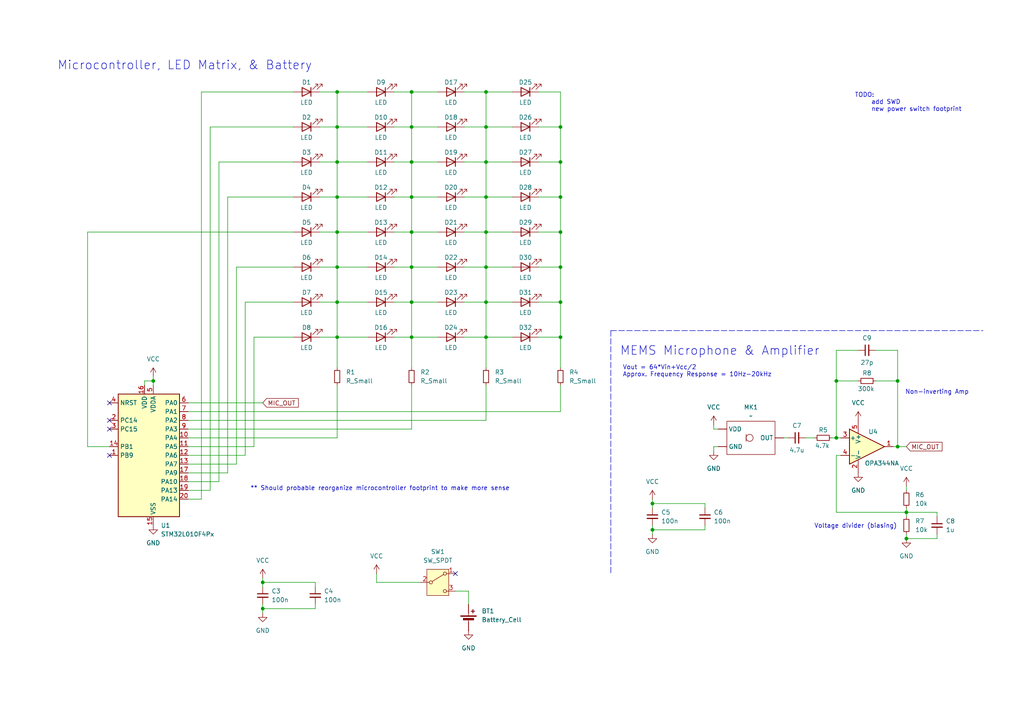
<source format=kicad_sch>
(kicad_sch (version 20231120) (generator "eeschema") (generator_version "8.0")
  (paper "A4")
  (title_block (title "PCB Business Card") (date "2024-12-07") (rev "1.0") (comment 1 "Designed by: Hunter Ellis"))
  (lib_symbols
    (symbol "1_Custom_Parts:ICS-40180"
      (property "Reference" "MK" (at -2.794 5.842 0))
      (symbol "ICS-40180_0_1"
        (rectangle (start -10.16 4.826) (end 3.81 -4.826))
        (circle (center -3.556 0) (radius 1.016))
        (polyline (pts (xy -4.572 1.016) (xy -4.572 -1.016)))
      )
      (symbol "ICS-40180_1_1"
        (pin input line (at -12.7 -2.54 0) (length 2.54) (name "GND") (number ""))
        (pin output line (at 6.35 0 180) (length 2.54) (name "OUT") (number ""))
        (pin input line (at -12.7 2.54 0) (length 2.54) (name "VDD") (number ""))
      )
    )
    (symbol "Amplifier_Operational:OPA340NA" (pin_names (offset 0.127))
      (property "Reference" "U" (at -1.27 6.35 0))
      (property "Value" "OPA340NA" (at -1.27 3.81 0))
      (symbol "OPA340NA_0_1"
        (polyline (pts (xy -5.08 5.08) (xy 5.08 0) (xy -5.08 -5.08) (xy -5.08 5.08)) (stroke (width 0.254)) (fill (type background)))
        (pin power_in line (at -2.54 -7.62 90) (length 3.81) (name "V-") (number "2"))
        (pin power_in line (at -2.54 7.62 270) (length 3.81) (name "V+") (number "5"))
      )
      (symbol "OPA340NA_1_1"
        (pin output line (at 7.62 0 180) (length 2.54) (name "~") (number "1"))
        (pin input line (at -7.62 2.54 0) (length 2.54) (name "+") (number "3"))
        (pin input line (at -7.62 -2.54 0) (length 2.54) (name "-") (number "4"))
      )
    )
    (symbol "Device:Battery_Cell" (pin_numbers hide) (pin_names (offset 0) hide)
      (property "Reference" "BT" (at 2.54 2.54 0))
      (property "Value" "Battery_Cell" (at 2.54 0 0))
      (symbol "Battery_Cell_0_1"
        (rectangle (start -2.286 1.778) (end 2.286 1.524) (fill (type outline)))
        (rectangle (start -1.524 1.016) (end 1.524 0.508) (fill (type outline)))
        (polyline (pts (xy 0 0.762) (xy 0 0)))
        (polyline (pts (xy 0 1.778) (xy 0 2.54)))
        (polyline (pts (xy 0.762 3.048) (xy 1.778 3.048)) (stroke (width 0.254)))
        (polyline (pts (xy 1.27 3.556) (xy 1.27 2.54)) (stroke (width 0.254)))
      )
      (symbol "Battery_Cell_1_1"
        (pin passive line (at 0 5.08 270) (length 2.54) (name "+") (number "1"))
        (pin passive line (at 0 -2.54 90) (length 2.54) (name "-") (number "2"))
      )
    )
    (symbol "Device:C_Small" (pin_numbers hide) (pin_names (offset 0.254) hide)
      (property "Reference" "C" (at 0.254 1.778 0))
      (property "Value" "C_Small" (at 0.254 -2.032 0))
      (symbol "C_Small_0_1"
        (polyline (pts (xy -1.524 -0.508) (xy 1.524 -0.508)) (stroke (width 0.3302)))
        (polyline (pts (xy -1.524 0.508) (xy 1.524 0.508)) (stroke (width 0.3048)))
      )
      (symbol "C_Small_1_1"
        (pin passive line (at 0 2.54 270) (length 2.032) (name "~") (number "1"))
        (pin passive line (at 0 -2.54 90) (length 2.032) (name "~") (number "2"))
      )
    )
    (symbol "Device:LED" (pin_numbers hide) (pin_names (offset 1.016) hide)
      (property "Reference" "D" (at 0 2.54 0))
      (property "Value" "LED" (at 0 -2.54 0))
      (symbol "LED_0_1"
        (polyline (pts (xy -1.27 -1.27) (xy -1.27 1.27)) (stroke (width 0.254)))
        (polyline (pts (xy -1.27 0) (xy 1.27 0)))
        (polyline (pts (xy 1.27 -1.27) (xy 1.27 1.27) (xy -1.27 0) (xy 1.27 -1.27)) (stroke (width 0.254)))
        (polyline (pts (xy -3.048 -0.762) (xy -4.572 -2.286) (xy -3.81 -2.286) (xy -4.572 -2.286) (xy -4.572 -1.524)))
        (polyline (pts (xy -1.778 -0.762) (xy -3.302 -2.286) (xy -2.54 -2.286) (xy -3.302 -2.286) (xy -3.302 -1.524)))
      )
      (symbol "LED_1_1"
        (pin passive line (at -3.81 0 0) (length 2.54) (name "K") (number "1"))
        (pin passive line (at 3.81 0 180) (length 2.54) (name "A") (number "2"))
      )
    )
    (symbol "Device:R_Small" (pin_numbers hide) (pin_names (offset 0.254) hide)
      (property "Reference" "R" (at 0.762 0.508 0))
      (property "Value" "R_Small" (at 0.762 -1.016 0))
      (symbol "R_Small_0_1"
        (rectangle (start -0.762 1.778) (end 0.762 -1.778) (stroke (width 0.2032)))
      )
      (symbol "R_Small_1_1"
        (pin passive line (at 0 2.54 270) (length 0.762) (name "~") (number "1"))
        (pin passive line (at 0 -2.54 90) (length 0.762) (name "~") (number "2"))
      )
    )
    (symbol "MCU_ST_STM32L0:STM32L010F4Px"
      (property "Reference" "U" (at -7.62 19.05 0))
      (property "Value" "STM32L010F4Px" (at 5.08 19.05 0))
      (symbol "STM32L010F4Px_0_1"
        (rectangle (start -7.62 -17.78) (end 10.16 17.78) (stroke (width 0.254)) (fill (type background)))
      )
      (symbol "STM32L010F4Px_1_1"
        (pin bidirectional line (at -10.16 0 0) (length 2.54) (name "PB9") (number "1"))
        (pin bidirectional line (at 12.7 5.08 180) (length 2.54) (name "PA4") (number "10"))
        (pin bidirectional line (at 12.7 2.54 180) (length 2.54) (name "PA5") (number "11"))
        (pin bidirectional line (at 12.7 0 180) (length 2.54) (name "PA6") (number "12"))
        (pin bidirectional line (at 12.7 -2.54 180) (length 2.54) (name "PA7") (number "13"))
        (pin bidirectional line (at -10.16 2.54 0) (length 2.54) (name "PB1") (number "14"))
        (pin power_in line (at 2.54 -20.32 90) (length 2.54) (name "VSS") (number "15"))
        (pin power_in line (at 0 20.32 270) (length 2.54) (name "VDD") (number "16"))
        (pin bidirectional line (at 12.7 -5.08 180) (length 2.54) (name "PA9") (number "17"))
        (pin bidirectional line (at 12.7 -7.62 180) (length 2.54) (name "PA10") (number "18"))
        (pin bidirectional line (at 12.7 -10.16 180) (length 2.54) (name "PA13") (number "19"))
        (pin bidirectional line (at -10.16 10.16 0) (length 2.54) (name "PC14") (number "2"))
        (pin bidirectional line (at 12.7 -12.7 180) (length 2.54) (name "PA14") (number "20"))
        (pin bidirectional line (at -10.16 7.62 0) (length 2.54) (name "PC15") (number "3"))
        (pin input line (at -10.16 15.24 0) (length 2.54) (name "NRST") (number "4"))
        (pin power_in line (at 2.54 20.32 270) (length 2.54) (name "VDDA") (number "5"))
        (pin bidirectional line (at 12.7 15.24 180) (length 2.54) (name "PA0") (number "6"))
        (pin bidirectional line (at 12.7 12.7 180) (length 2.54) (name "PA1") (number "7"))
        (pin bidirectional line (at 12.7 10.16 180) (length 2.54) (name "PA2") (number "8"))
        (pin bidirectional line (at 12.7 7.62 180) (length 2.54) (name "PA3") (number "9"))
      )
    )
    (symbol "Switch:SW_SPDT" (pin_names (offset 0) hide)
      (property "Reference" "SW" (at 0 5.08 0))
      (property "Value" "SW_SPDT" (at 0 -5.08 0))
      (symbol "SW_SPDT_0_1"
        (circle (center -2.032 0) (radius 0.4572))
        (polyline (pts (xy -1.651 0.254) (xy 1.651 2.286)))
        (circle (center 2.032 -2.54) (radius 0.4572))
        (circle (center 2.032 2.54) (radius 0.4572))
      )
      (symbol "SW_SPDT_1_1"
        (rectangle (start -3.175 3.81) (end 3.175 -3.81) (fill (type background)))
        (pin passive line (at 5.08 2.54 180) (length 2.54) (name "A") (number "1"))
        (pin passive line (at -5.08 0 0) (length 2.54) (name "B") (number "2"))
        (pin passive line (at 5.08 -2.54 180) (length 2.54) (name "C") (number "3"))
      )
    )
    (symbol "power:GND" (power) (pin_numbers hide) (pin_names (offset 0) hide)
      (property "Value" "GND" (at 0 -3.81 0))
      (symbol "GND_0_1"
        (polyline (pts (xy 0 0) (xy 0 -1.27) (xy 1.27 -1.27) (xy 0 -2.54) (xy -1.27 -1.27) (xy 0 -1.27)))
      )
      (symbol "GND_1_1"
        (pin power_in line (at 0 0 270) (length 0) (name "~") (number "1"))
      )
    )
    (symbol "power:VCC" (power) (pin_numbers hide) (pin_names (offset 0) hide)
      (property "Value" "VCC" (at 0 3.556 0))
      (symbol "VCC_0_1"
        (polyline (pts (xy -0.762 1.27) (xy 0 2.54)))
        (polyline (pts (xy 0 0) (xy 0 2.54)))
        (polyline (pts (xy 0 2.54) (xy 0.762 1.27)))
      )
      (symbol "VCC_1_1"
        (pin power_in line (at 0 0 90) (length 0) (name "~") (number "1"))
      )
    )
  )
  (junction (at 97.79 97.79))
  (junction (at 260.35 110.49))
  (junction (at 119.38 57.15))
  (junction (at 140.97 77.47))
  (junction (at 140.97 67.31))
  (junction (at 162.56 36.83))
  (junction (at 119.38 97.79))
  (junction (at 140.97 36.83))
  (junction (at 97.79 57.15))
  (junction (at 119.38 67.31))
  (junction (at 140.97 87.63))
  (junction (at 140.97 26.67))
  (junction (at 162.56 57.15))
  (junction (at 97.79 77.47))
  (junction (at 119.38 36.83))
  (junction (at 162.56 87.63))
  (junction (at 140.97 57.15))
  (junction (at 97.79 67.31))
  (junction (at 97.79 36.83))
  (junction (at 76.2 176.53))
  (junction (at 97.79 26.67))
  (junction (at 242.57 110.49))
  (junction (at 162.56 46.99))
  (junction (at 119.38 26.67))
  (junction (at 97.79 87.63))
  (junction (at 76.2 168.91))
  (junction (at 162.56 77.47))
  (junction (at 242.57 127))
  (junction (at 262.89 148.59))
  (junction (at 189.23 153.67))
  (junction (at 162.56 97.79))
  (junction (at 262.89 156.21))
  (junction (at 260.35 129.54))
  (junction (at 162.56 67.31))
  (junction (at 97.79 46.99))
  (junction (at 119.38 77.47))
  (junction (at 140.97 46.99))
  (junction (at 189.23 146.05))
  (junction (at 140.97 97.79))
  (junction (at 119.38 87.63))
  (junction (at 44.45 110.49))
  (junction (at 119.38 46.99))
  (no_connect (at 132.08 166.37))
  (no_connect (at 31.75 116.84))
  (no_connect (at 31.75 124.46))
  (no_connect (at 31.75 132.08))
  (no_connect (at 31.75 121.92))
  (wire (pts (xy 140.97 87.63) (xy 140.97 97.79)))
  (wire (pts (xy 260.35 101.6) (xy 260.35 110.49)))
  (wire (pts (xy 242.57 110.49) (xy 242.57 127)))
  (wire (pts (xy 241.3 127) (xy 242.57 127)))
  (wire (pts (xy 97.79 77.47) (xy 97.79 87.63)))
  (wire (pts (xy 134.62 26.67) (xy 140.97 26.67)))
  (wire (pts (xy 134.62 67.31) (xy 140.97 67.31)))
  (wire (pts (xy 207.01 123.19) (xy 207.01 124.46)))
  (wire (pts (xy 134.62 97.79) (xy 140.97 97.79)))
  (wire (pts (xy 44.45 109.22) (xy 44.45 110.49)))
  (wire (pts (xy 114.3 46.99) (xy 119.38 46.99)))
  (wire (pts (xy 68.58 134.62) (xy 68.58 77.47)))
  (wire (pts (xy 114.3 87.63) (xy 119.38 87.63)))
  (wire (pts (xy 54.61 144.78) (xy 58.42 144.78)))
  (wire (pts (xy 140.97 87.63) (xy 148.59 87.63)))
  (wire (pts (xy 134.62 77.47) (xy 140.97 77.47)))
  (wire (pts (xy 25.4 67.31) (xy 85.09 67.31)))
  (wire (pts (xy 92.71 77.47) (xy 97.79 77.47)))
  (wire (pts (xy 260.35 129.54) (xy 262.89 129.54)))
  (wire (pts (xy 60.96 142.24) (xy 60.96 36.83)))
  (wire (pts (xy 140.97 77.47) (xy 148.59 77.47)))
  (wire (pts (xy 92.71 67.31) (xy 97.79 67.31)))
  (wire (pts (xy 140.97 77.47) (xy 140.97 67.31)))
  (wire (pts (xy 156.21 67.31) (xy 162.56 67.31)))
  (wire (pts (xy 260.35 110.49) (xy 260.35 129.54)))
  (wire (pts (xy 54.61 121.92) (xy 140.97 121.92)))
  (polyline (pts (xy 177.165 95.885) (xy 177.165 166.37)) (stroke (width 0) (type dash)))
  (wire (pts (xy 207.01 129.54) (xy 208.28 129.54)))
  (wire (pts (xy 119.38 77.47) (xy 127 77.47)))
  (wire (pts (xy 140.97 36.83) (xy 148.59 36.83)))
  (wire (pts (xy 134.62 46.99) (xy 140.97 46.99)))
  (wire (pts (xy 41.91 110.49) (xy 44.45 110.49)))
  (wire (pts (xy 109.22 168.91) (xy 121.92 168.91)))
  (wire (pts (xy 114.3 67.31) (xy 119.38 67.31)))
  (wire (pts (xy 114.3 26.67) (xy 119.38 26.67)))
  (wire (pts (xy 71.12 132.08) (xy 71.12 87.63)))
  (wire (pts (xy 162.56 119.38) (xy 162.56 111.76)))
  (wire (pts (xy 140.97 67.31) (xy 140.97 57.15)))
  (wire (pts (xy 254 110.49) (xy 260.35 110.49)))
  (wire (pts (xy 92.71 36.83) (xy 97.79 36.83)))
  (wire (pts (xy 119.38 26.67) (xy 127 26.67)))
  (wire (pts (xy 134.62 87.63) (xy 140.97 87.63)))
  (wire (pts (xy 76.2 176.53) (xy 76.2 175.26)))
  (wire (pts (xy 66.04 137.16) (xy 66.04 57.15)))
  (wire (pts (xy 135.89 171.45) (xy 135.89 175.26)))
  (wire (pts (xy 140.97 46.99) (xy 140.97 57.15)))
  (wire (pts (xy 97.79 77.47) (xy 106.68 77.47)))
  (wire (pts (xy 54.61 116.84) (xy 76.2 116.84)))
  (wire (pts (xy 242.57 132.08) (xy 242.57 148.59)))
  (wire (pts (xy 248.92 101.6) (xy 242.57 101.6)))
  (wire (pts (xy 73.66 129.54) (xy 73.66 97.79)))
  (wire (pts (xy 271.78 149.86) (xy 271.78 148.59)))
  (wire (pts (xy 97.79 87.63) (xy 97.79 97.79)))
  (wire (pts (xy 189.23 146.05) (xy 189.23 147.32)))
  (wire (pts (xy 243.84 132.08) (xy 242.57 132.08)))
  (wire (pts (xy 76.2 177.8) (xy 76.2 176.53)))
  (wire (pts (xy 262.89 140.97) (xy 262.89 142.24)))
  (wire (pts (xy 162.56 36.83) (xy 162.56 26.67)))
  (wire (pts (xy 91.44 170.18) (xy 91.44 168.91)))
  (wire (pts (xy 97.79 67.31) (xy 106.68 67.31)))
  (wire (pts (xy 76.2 167.64) (xy 76.2 168.91)))
  (wire (pts (xy 97.79 127) (xy 97.79 111.76)))
  (wire (pts (xy 119.38 87.63) (xy 119.38 97.79)))
  (wire (pts (xy 242.57 148.59) (xy 262.89 148.59)))
  (wire (pts (xy 92.71 26.67) (xy 97.79 26.67)))
  (wire (pts (xy 140.97 46.99) (xy 148.59 46.99)))
  (wire (pts (xy 119.38 36.83) (xy 127 36.83)))
  (wire (pts (xy 271.78 154.94) (xy 271.78 156.21)))
  (wire (pts (xy 97.79 36.83) (xy 97.79 46.99)))
  (wire (pts (xy 156.21 87.63) (xy 162.56 87.63)))
  (wire (pts (xy 91.44 175.26) (xy 91.44 176.53)))
  (wire (pts (xy 156.21 97.79) (xy 162.56 97.79)))
  (wire (pts (xy 119.38 46.99) (xy 127 46.99)))
  (wire (pts (xy 156.21 46.99) (xy 162.56 46.99)))
  (wire (pts (xy 140.97 57.15) (xy 148.59 57.15)))
  (wire (pts (xy 92.71 46.99) (xy 97.79 46.99)))
  (wire (pts (xy 204.47 147.32) (xy 204.47 146.05)))
  (wire (pts (xy 97.79 57.15) (xy 97.79 67.31)))
  (wire (pts (xy 54.61 124.46) (xy 119.38 124.46)))
  (wire (pts (xy 162.56 67.31) (xy 162.56 57.15)))
  (wire (pts (xy 140.97 26.67) (xy 148.59 26.67)))
  (wire (pts (xy 97.79 36.83) (xy 106.68 36.83)))
  (wire (pts (xy 162.56 77.47) (xy 162.56 67.31)))
  (wire (pts (xy 97.79 87.63) (xy 106.68 87.63)))
  (wire (pts (xy 134.62 57.15) (xy 140.97 57.15)))
  (wire (pts (xy 119.38 124.46) (xy 119.38 111.76)))
  (wire (pts (xy 92.71 97.79) (xy 97.79 97.79)))
  (wire (pts (xy 189.23 153.67) (xy 189.23 152.4)))
  (wire (pts (xy 189.23 154.94) (xy 189.23 153.67)))
  (wire (pts (xy 92.71 87.63) (xy 97.79 87.63)))
  (wire (pts (xy 54.61 137.16) (xy 66.04 137.16)))
  (wire (pts (xy 162.56 106.68) (xy 162.56 97.79)))
  (wire (pts (xy 31.75 129.54) (xy 25.4 129.54)))
  (wire (pts (xy 207.01 130.81) (xy 207.01 129.54)))
  (wire (pts (xy 97.79 67.31) (xy 97.79 77.47)))
  (wire (pts (xy 140.97 77.47) (xy 140.97 87.63)))
  (wire (pts (xy 41.91 111.76) (xy 41.91 110.49)))
  (wire (pts (xy 140.97 36.83) (xy 140.97 46.99)))
  (wire (pts (xy 271.78 156.21) (xy 262.89 156.21)))
  (wire (pts (xy 114.3 57.15) (xy 119.38 57.15)))
  (wire (pts (xy 119.38 67.31) (xy 119.38 77.47)))
  (wire (pts (xy 54.61 127) (xy 97.79 127)))
  (wire (pts (xy 207.01 124.46) (xy 208.28 124.46)))
  (wire (pts (xy 132.08 171.45) (xy 135.89 171.45)))
  (wire (pts (xy 97.79 46.99) (xy 106.68 46.99)))
  (wire (pts (xy 140.97 97.79) (xy 140.97 106.68)))
  (wire (pts (xy 140.97 111.76) (xy 140.97 121.92)))
  (wire (pts (xy 54.61 139.7) (xy 63.5 139.7)))
  (wire (pts (xy 63.5 139.7) (xy 63.5 46.99)))
  (wire (pts (xy 140.97 26.67) (xy 140.97 36.83)))
  (wire (pts (xy 91.44 168.91) (xy 76.2 168.91)))
  (wire (pts (xy 97.79 57.15) (xy 106.68 57.15)))
  (wire (pts (xy 134.62 36.83) (xy 140.97 36.83)))
  (wire (pts (xy 140.97 67.31) (xy 148.59 67.31)))
  (wire (pts (xy 97.79 26.67) (xy 106.68 26.67)))
  (wire (pts (xy 66.04 57.15) (xy 85.09 57.15)))
  (wire (pts (xy 248.92 110.49) (xy 242.57 110.49)))
  (wire (pts (xy 119.38 36.83) (xy 119.38 46.99)))
  (wire (pts (xy 204.47 146.05) (xy 189.23 146.05)))
  (wire (pts (xy 58.42 144.78) (xy 58.42 26.67)))
  (wire (pts (xy 114.3 36.83) (xy 119.38 36.83)))
  (wire (pts (xy 228.6 127) (xy 227.33 127)))
  (wire (pts (xy 92.71 57.15) (xy 97.79 57.15)))
  (wire (pts (xy 97.79 26.67) (xy 97.79 36.83)))
  (wire (pts (xy 262.89 154.94) (xy 262.89 156.21)))
  (wire (pts (xy 76.2 168.91) (xy 76.2 170.18)))
  (wire (pts (xy 119.38 57.15) (xy 119.38 67.31)))
  (wire (pts (xy 114.3 77.47) (xy 119.38 77.47)))
  (wire (pts (xy 114.3 97.79) (xy 119.38 97.79)))
  (wire (pts (xy 60.96 36.83) (xy 85.09 36.83)))
  (wire (pts (xy 119.38 87.63) (xy 119.38 77.47)))
  (wire (pts (xy 44.45 110.49) (xy 44.45 111.76)))
  (wire (pts (xy 233.68 127) (xy 236.22 127)))
  (wire (pts (xy 97.79 57.15) (xy 97.79 46.99)))
  (wire (pts (xy 97.79 97.79) (xy 106.68 97.79)))
  (wire (pts (xy 54.61 134.62) (xy 68.58 134.62)))
  (wire (pts (xy 54.61 119.38) (xy 162.56 119.38)))
  (wire (pts (xy 260.35 129.54) (xy 259.08 129.54)))
  (wire (pts (xy 156.21 36.83) (xy 162.56 36.83)))
  (wire (pts (xy 162.56 97.79) (xy 162.56 87.63)))
  (wire (pts (xy 73.66 97.79) (xy 85.09 97.79)))
  (wire (pts (xy 54.61 129.54) (xy 73.66 129.54)))
  (wire (pts (xy 140.97 97.79) (xy 148.59 97.79)))
  (wire (pts (xy 68.58 77.47) (xy 85.09 77.47)))
  (polyline (pts (xy 177.165 95.885) (xy 285.115 95.885)) (stroke (width 0) (type dash)))
  (wire (pts (xy 109.22 166.37) (xy 109.22 168.91)))
  (wire (pts (xy 54.61 142.24) (xy 60.96 142.24)))
  (wire (pts (xy 25.4 129.54) (xy 25.4 67.31)))
  (wire (pts (xy 54.61 132.08) (xy 71.12 132.08)))
  (wire (pts (xy 262.89 148.59) (xy 262.89 149.86)))
  (wire (pts (xy 119.38 87.63) (xy 127 87.63)))
  (wire (pts (xy 156.21 77.47) (xy 162.56 77.47)))
  (wire (pts (xy 119.38 57.15) (xy 127 57.15)))
  (wire (pts (xy 271.78 148.59) (xy 262.89 148.59)))
  (wire (pts (xy 162.56 87.63) (xy 162.56 77.47)))
  (wire (pts (xy 162.56 26.67) (xy 156.21 26.67)))
  (wire (pts (xy 71.12 87.63) (xy 85.09 87.63)))
  (wire (pts (xy 189.23 144.78) (xy 189.23 146.05)))
  (wire (pts (xy 76.2 176.53) (xy 91.44 176.53)))
  (wire (pts (xy 63.5 46.99) (xy 85.09 46.99)))
  (wire (pts (xy 119.38 67.31) (xy 127 67.31)))
  (wire (pts (xy 119.38 97.79) (xy 127 97.79)))
  (wire (pts (xy 97.79 97.79) (xy 97.79 106.68)))
  (wire (pts (xy 119.38 57.15) (xy 119.38 46.99)))
  (wire (pts (xy 162.56 57.15) (xy 162.56 46.99)))
  (wire (pts (xy 189.23 153.67) (xy 204.47 153.67)))
  (wire (pts (xy 156.21 57.15) (xy 162.56 57.15)))
  (wire (pts (xy 204.47 152.4) (xy 204.47 153.67)))
  (wire (pts (xy 242.57 101.6) (xy 242.57 110.49)))
  (wire (pts (xy 119.38 97.79) (xy 119.38 106.68)))
  (wire (pts (xy 262.89 147.32) (xy 262.89 148.59)))
  (wire (pts (xy 242.57 127) (xy 243.84 127)))
  (wire (pts (xy 119.38 26.67) (xy 119.38 36.83)))
  (wire (pts (xy 254 101.6) (xy 260.35 101.6)))
  (wire (pts (xy 162.56 46.99) (xy 162.56 36.83)))
  (wire (pts (xy 58.42 26.67) (xy 85.09 26.67)))
  (text "Voltage divider (biasing)\n" (at 248.158 152.654 0) (effects (font (size 1.27 1.27))))
  (text "Vout = 64*Vin+Vcc/2\nApprox. Frequency Response = 10Hz-20kHz" (at 180.594 107.696 0) (effects (font (size 1.27 1.27)) (justify left)))
  (text "Non-inverting Amp\n" (at 271.78 113.792 0) (effects (font (size 1.27 1.27))))
  (text "TODO:\n	add SWD\n	new power switch footprint" (at 247.904 29.718 0) (effects (font (size 1.27 1.27)) (justify left)))
  (text "Microcontroller, LED Matrix, & Battery" (at 53.594 19.05 0) (effects (font (size 2.54 2.54))))
  (text "** Should probable reorganize microcontroller footprint to make more sense" (at 110.236 141.732 0) (effects (font (size 1.27 1.27))))
  (text "MEMS Microphone & Amplifier" (at 208.788 101.854 0) (effects (font (size 2.54 2.54))))
  (global_label "MIC_OUT" (shape input) (at 262.89 129.54 0) (property "Intersheetrefs" "${INTERSHEET_REFS}" (effects (hide yes))))
  (global_label "MIC_OUT" (shape input) (at 76.2 116.84 0) (property "Intersheetrefs" "${INTERSHEET_REFS}" (effects (hide yes))))
  (symbol (lib_id "Device:LED") (at 110.49 26.67 180) (unit 1)
    (property "Reference" "D9" (at 110.49 23.876 0))
    (property "Value" "LED" (at 110.49 29.718 0))
    (property "Footprint" "LED_SMD:LED_0805_2012Metric" (effects (hide yes)))
    (property "Description" "Light emitting diode" (effects (hide yes)))
  )
  (symbol (lib_id "power:VCC") (at 76.2 167.64 0) (unit 1)
    (property "Reference" "#PWR011" (effects (hide yes)))
    (property "Value" "VCC" (at 76.2 162.56 0))
    (property "Description" "Power symbol creates a global label with name \"VCC\"" (effects (hide yes)))
  )
  (symbol (lib_id "Device:C_Small") (at 76.2 172.72 0) (unit 1)
    (property "Reference" "C3" (at 78.74 171.4562 0) (effects (justify left)))
    (property "Value" "100n" (at 78.74 173.9962 0) (effects (justify left)))
    (property "Footprint" "Capacitor_SMD:C_0805_2012Metric" (effects (hide yes)))
    (property "Description" "Unpolarized capacitor, small symbol" (effects (hide yes)))
  )
  (symbol (lib_id "Device:R_Small") (at 262.89 152.4 0) (unit 1)
    (property "Reference" "R7" (at 265.43 151.1299 0) (effects (justify left)))
    (property "Value" "10k" (at 265.43 153.6699 0) (effects (justify left)))
    (property "Footprint" "Resistor_SMD:R_0805_2012Metric" (effects (hide yes)))
    (property "Description" "Resistor, small symbol" (effects (hide yes)))
  )
  (symbol (lib_id "power:GND") (at 248.92 137.16 0) (unit 1)
    (property "Reference" "#PWR015" (effects (hide yes)))
    (property "Value" "GND" (at 248.92 142.24 0))
    (property "Description" "Power symbol creates a global label with name \"GND\" , ground" (effects (hide yes)))
  )
  (symbol (lib_id "Device:LED") (at 152.4 67.31 180) (unit 1)
    (property "Reference" "D29" (at 152.4 64.516 0))
    (property "Value" "LED" (at 152.4 70.358 0))
    (property "Footprint" "LED_SMD:LED_0805_2012Metric" (effects (hide yes)))
    (property "Description" "Light emitting diode" (effects (hide yes)))
  )
  (symbol (lib_id "Device:C_Small") (at 251.46 101.6 90) (unit 1)
    (property "Reference" "C9" (at 251.46 98.044 90))
    (property "Value" "27p" (at 251.46 105.156 90))
    (property "Footprint" "Capacitor_SMD:C_0805_2012Metric" (effects (hide yes)))
    (property "Description" "Unpolarized capacitor, small symbol" (effects (hide yes)))
  )
  (symbol (lib_id "power:GND") (at 44.45 152.4 0) (unit 1)
    (property "Reference" "#PWR01" (effects (hide yes)))
    (property "Value" "GND" (at 44.45 157.48 0))
    (property "Description" "Power symbol creates a global label with name \"GND\" , ground" (effects (hide yes)))
  )
  (symbol (lib_id "power:GND") (at 135.89 182.88 0) (unit 1)
    (property "Reference" "#PWR014" (effects (hide yes)))
    (property "Value" "GND" (at 135.89 187.96 0))
    (property "Description" "Power symbol creates a global label with name \"GND\" , ground" (effects (hide yes)))
  )
  (symbol (lib_id "Amplifier_Operational:OPA340NA") (at 251.46 129.54 0) (unit 1)
    (property "Reference" "U4" (at 253.238 125.222 0))
    (property "Value" "OPA344NA" (at 255.778 134.366 0))
    (property "Footprint" "Package_TO_SOT_SMD:SOT-23-5" (effects (hide yes)))
    (property "Datasheet" "http://www.ti.com/lit/ds/symlink/opa340.pdf" (effects (hide yes)))
    (property "Description" "Single Single-Supply, Rail-to-Rail Operational Amplifier, MicroAmplifier Series, SOT-23-5" (effects (hide yes)))
  )
  (symbol (lib_id "Device:LED") (at 130.81 46.99 180) (unit 1)
    (property "Reference" "D19" (at 130.81 44.196 0))
    (property "Value" "LED" (at 130.81 50.038 0))
    (property "Footprint" "LED_SMD:LED_0805_2012Metric" (effects (hide yes)))
    (property "Description" "Light emitting diode" (effects (hide yes)))
  )
  (symbol (lib_id "Device:LED") (at 110.49 97.79 180) (unit 1)
    (property "Reference" "D16" (at 110.49 94.996 0))
    (property "Value" "LED" (at 110.49 100.838 0))
    (property "Footprint" "LED_SMD:LED_0805_2012Metric" (effects (hide yes)))
    (property "Description" "Light emitting diode" (effects (hide yes)))
  )
  (symbol (lib_id "Device:C_Small") (at 91.44 172.72 0) (unit 1)
    (property "Reference" "C4" (at 93.98 171.4562 0) (effects (justify left)))
    (property "Value" "100n" (at 93.98 173.9962 0) (effects (justify left)))
    (property "Footprint" "Capacitor_SMD:C_0805_2012Metric" (effects (hide yes)))
    (property "Description" "Unpolarized capacitor, small symbol" (effects (hide yes)))
  )
  (symbol (lib_id "Device:LED") (at 152.4 36.83 180) (unit 1)
    (property "Reference" "D26" (at 152.4 34.036 0))
    (property "Value" "LED" (at 152.4 39.878 0))
    (property "Footprint" "LED_SMD:LED_0805_2012Metric" (effects (hide yes)))
    (property "Description" "Light emitting diode" (effects (hide yes)))
  )
  (symbol (lib_id "Device:LED") (at 88.9 67.31 180) (unit 1)
    (property "Reference" "D5" (at 88.9 64.516 0))
    (property "Value" "LED" (at 88.9 70.358 0))
    (property "Footprint" "LED_SMD:LED_0805_2012Metric" (effects (hide yes)))
    (property "Description" "Light emitting diode" (effects (hide yes)))
  )
  (symbol (lib_id "Device:R_Small") (at 162.56 109.22 0) (unit 1)
    (property "Reference" "R4" (at 165.1 107.9499 0) (effects (justify left)))
    (property "Value" "R_Small" (at 165.1 110.4899 0) (effects (justify left)))
    (property "Footprint" "Resistor_SMD:R_0805_2012Metric" (effects (hide yes)))
    (property "Description" "Resistor, small symbol" (effects (hide yes)))
  )
  (symbol (lib_id "Device:LED") (at 88.9 77.47 180) (unit 1)
    (property "Reference" "D6" (at 88.9 74.676 0))
    (property "Value" "LED" (at 88.9 80.518 0))
    (property "Footprint" "LED_SMD:LED_0805_2012Metric" (effects (hide yes)))
    (property "Description" "Light emitting diode" (effects (hide yes)))
  )
  (symbol (lib_id "Device:LED") (at 152.4 87.63 180) (unit 1)
    (property "Reference" "D31" (at 152.4 84.836 0))
    (property "Value" "LED" (at 152.4 90.678 0))
    (property "Footprint" "LED_SMD:LED_0805_2012Metric" (effects (hide yes)))
    (property "Description" "Light emitting diode" (effects (hide yes)))
  )
  (symbol (lib_id "Device:LED") (at 152.4 46.99 180) (unit 1)
    (property "Reference" "D27" (at 152.4 44.196 0))
    (property "Value" "LED" (at 152.4 50.038 0))
    (property "Footprint" "LED_SMD:LED_0805_2012Metric" (effects (hide yes)))
    (property "Description" "Light emitting diode" (effects (hide yes)))
  )
  (symbol (lib_id "Device:LED") (at 152.4 57.15 180) (unit 1)
    (property "Reference" "D28" (at 152.4 54.356 0))
    (property "Value" "LED" (at 152.4 60.198 0))
    (property "Footprint" "LED_SMD:LED_0805_2012Metric" (effects (hide yes)))
    (property "Description" "Light emitting diode" (effects (hide yes)))
  )
  (symbol (lib_id "Device:LED") (at 110.49 36.83 180) (unit 1)
    (property "Reference" "D10" (at 110.49 34.036 0))
    (property "Value" "LED" (at 110.49 39.878 0))
    (property "Footprint" "LED_SMD:LED_0805_2012Metric" (effects (hide yes)))
    (property "Description" "Light emitting diode" (effects (hide yes)))
  )
  (symbol (lib_id "power:VCC") (at 207.01 123.19 0) (unit 1)
    (property "Reference" "#PWR017" (effects (hide yes)))
    (property "Value" "VCC" (at 207.01 118.11 0))
    (property "Description" "Power symbol creates a global label with name \"VCC\"" (effects (hide yes)))
  )
  (symbol (lib_id "Device:R_Small") (at 97.79 109.22 0) (unit 1)
    (property "Reference" "R1" (at 100.33 107.9499 0) (effects (justify left)))
    (property "Value" "R_Small" (at 100.33 110.4899 0) (effects (justify left)))
    (property "Footprint" "Resistor_SMD:R_0805_2012Metric" (effects (hide yes)))
    (property "Description" "Resistor, small symbol" (effects (hide yes)))
  )
  (symbol (lib_id "Device:LED") (at 110.49 67.31 180) (unit 1)
    (property "Reference" "D13" (at 110.49 64.516 0))
    (property "Value" "LED" (at 110.49 70.358 0))
    (property "Footprint" "LED_SMD:LED_0805_2012Metric" (effects (hide yes)))
    (property "Description" "Light emitting diode" (effects (hide yes)))
  )
  (symbol (lib_id "Device:LED") (at 130.81 26.67 180) (unit 1)
    (property "Reference" "D17" (at 130.81 23.876 0))
    (property "Value" "LED" (at 130.81 29.718 0))
    (property "Footprint" "LED_SMD:LED_0805_2012Metric" (effects (hide yes)))
    (property "Description" "Light emitting diode" (effects (hide yes)))
  )
  (symbol (lib_id "Device:R_Small") (at 251.46 110.49 90) (unit 1)
    (property "Reference" "R8" (at 251.46 108.204 90))
    (property "Value" "300k" (at 251.206 112.776 90))
    (property "Footprint" "Resistor_SMD:R_0805_2012Metric" (effects (hide yes)))
    (property "Description" "Resistor, small symbol" (effects (hide yes)))
  )
  (symbol (lib_id "power:GND") (at 189.23 154.94 0) (unit 1)
    (property "Reference" "#PWR020" (effects (hide yes)))
    (property "Value" "GND" (at 189.23 160.02 0))
    (property "Description" "Power symbol creates a global label with name \"GND\" , ground" (effects (hide yes)))
  )
  (symbol (lib_id "Device:LED") (at 110.49 77.47 180) (unit 1)
    (property "Reference" "D14" (at 110.49 74.676 0))
    (property "Value" "LED" (at 110.49 80.518 0))
    (property "Footprint" "LED_SMD:LED_0805_2012Metric" (effects (hide yes)))
    (property "Description" "Light emitting diode" (effects (hide yes)))
  )
  (symbol (lib_id "Device:LED") (at 88.9 36.83 180) (unit 1)
    (property "Reference" "D2" (at 88.9 34.036 0))
    (property "Value" "LED" (at 88.9 39.878 0))
    (property "Footprint" "LED_SMD:LED_0805_2012Metric" (effects (hide yes)))
    (property "Description" "Light emitting diode" (effects (hide yes)))
  )
  (symbol (lib_id "power:GND") (at 207.01 130.81 0) (unit 1)
    (property "Reference" "#PWR018" (effects (hide yes)))
    (property "Value" "GND" (at 207.01 135.89 0))
    (property "Description" "Power symbol creates a global label with name \"GND\" , ground" (effects (hide yes)))
  )
  (symbol (lib_id "Device:Battery_Cell") (at 135.89 180.34 0) (unit 1)
    (property "Reference" "BT1" (at 139.7 177.2284 0) (effects (justify left)))
    (property "Value" "Battery_Cell" (at 139.7 179.7684 0) (effects (justify left)))
    (property "Footprint" "1_Custom_Parts:BAT-HLD-012-SMT_TEC" (effects (hide yes)))
    (property "Description" "Single-cell battery" (effects (hide yes)))
  )
  (symbol (lib_id "power:VCC") (at 248.92 121.92 0) (unit 1)
    (property "Reference" "#PWR016" (effects (hide yes)))
    (property "Value" "VCC" (at 248.92 116.84 0))
    (property "Description" "Power symbol creates a global label with name \"VCC\"" (effects (hide yes)))
  )
  (symbol (lib_id "Switch:SW_SPDT") (at 127 168.91 0) (unit 1)
    (property "Reference" "SW1" (at 127 160.02 0))
    (property "Value" "SW_SPDT" (at 127 162.56 0))
    (property "Footprint" "1_Custom_Parts:SW_450405020524" (effects (hide yes)))
    (property "Description" "Switch, single pole double throw" (effects (hide yes)))
  )
  (symbol (lib_id "Device:LED") (at 88.9 46.99 180) (unit 1)
    (property "Reference" "D3" (at 88.9 44.196 0))
    (property "Value" "LED" (at 88.9 50.038 0))
    (property "Footprint" "LED_SMD:LED_0805_2012Metric" (effects (hide yes)))
    (property "Description" "Light emitting diode" (effects (hide yes)))
  )
  (symbol (lib_id "Device:LED") (at 88.9 26.67 180) (unit 1)
    (property "Reference" "D1" (at 88.9 23.876 0))
    (property "Value" "LED" (at 88.9 29.718 0))
    (property "Footprint" "LED_SMD:LED_0805_2012Metric" (effects (hide yes)))
    (property "Description" "Light emitting diode" (effects (hide yes)))
  )
  (symbol (lib_id "Device:LED") (at 88.9 97.79 180) (unit 1)
    (property "Reference" "D8" (at 88.9 94.996 0))
    (property "Value" "LED" (at 88.9 100.838 0))
    (property "Footprint" "LED_SMD:LED_0805_2012Metric" (effects (hide yes)))
    (property "Description" "Light emitting diode" (effects (hide yes)))
  )
  (symbol (lib_id "Device:LED") (at 110.49 87.63 180) (unit 1)
    (property "Reference" "D15" (at 110.49 84.836 0))
    (property "Value" "LED" (at 110.49 90.678 0))
    (property "Footprint" "LED_SMD:LED_0805_2012Metric" (effects (hide yes)))
    (property "Description" "Light emitting diode" (effects (hide yes)))
  )
  (symbol (lib_id "Device:LED") (at 152.4 26.67 180) (unit 1)
    (property "Reference" "D25" (at 152.4 23.876 0))
    (property "Value" "LED" (at 152.4 29.718 0))
    (property "Footprint" "LED_SMD:LED_0805_2012Metric" (effects (hide yes)))
    (property "Description" "Light emitting diode" (effects (hide yes)))
  )
  (symbol (lib_id "power:VCC") (at 44.45 109.22 0) (unit 1)
    (property "Reference" "#PWR07" (effects (hide yes)))
    (property "Value" "VCC" (at 44.45 104.14 0))
    (property "Description" "Power symbol creates a global label with name \"VCC\"" (effects (hide yes)))
  )
  (symbol (lib_id "Device:LED") (at 152.4 77.47 180) (unit 1)
    (property "Reference" "D30" (at 152.4 74.676 0))
    (property "Value" "LED" (at 152.4 80.518 0))
    (property "Footprint" "LED_SMD:LED_0805_2012Metric" (effects (hide yes)))
    (property "Description" "Light emitting diode" (effects (hide yes)))
  )
  (symbol (lib_id "Device:LED") (at 88.9 87.63 180) (unit 1)
    (property "Reference" "D7" (at 88.9 84.836 0))
    (property "Value" "LED" (at 88.9 90.678 0))
    (property "Footprint" "LED_SMD:LED_0805_2012Metric" (effects (hide yes)))
    (property "Description" "Light emitting diode" (effects (hide yes)))
  )
  (symbol (lib_id "Device:LED") (at 152.4 97.79 180) (unit 1)
    (property "Reference" "D32" (at 152.4 94.996 0))
    (property "Value" "LED" (at 152.4 100.838 0))
    (property "Footprint" "LED_SMD:LED_0805_2012Metric" (effects (hide yes)))
    (property "Description" "Light emitting diode" (effects (hide yes)))
  )
  (symbol (lib_id "Device:R_Small") (at 119.38 109.22 0) (unit 1)
    (property "Reference" "R2" (at 121.92 107.9499 0) (effects (justify left)))
    (property "Value" "R_Small" (at 121.92 110.4899 0) (effects (justify left)))
    (property "Footprint" "Resistor_SMD:R_0805_2012Metric" (effects (hide yes)))
    (property "Description" "Resistor, small symbol" (effects (hide yes)))
  )
  (symbol (lib_id "Device:LED") (at 88.9 57.15 180) (unit 1)
    (property "Reference" "D4" (at 88.9 54.356 0))
    (property "Value" "LED" (at 88.9 60.198 0))
    (property "Footprint" "LED_SMD:LED_0805_2012Metric" (effects (hide yes)))
    (property "Description" "Light emitting diode" (effects (hide yes)))
  )
  (symbol (lib_id "Device:LED") (at 110.49 57.15 180) (unit 1)
    (property "Reference" "D12" (at 110.49 54.356 0))
    (property "Value" "LED" (at 110.49 60.198 0))
    (property "Footprint" "LED_SMD:LED_0805_2012Metric" (effects (hide yes)))
    (property "Description" "Light emitting diode" (effects (hide yes)))
  )
  (symbol (lib_id "power:GND") (at 262.89 156.21 0) (unit 1)
    (property "Reference" "#PWR010" (effects (hide yes)))
    (property "Value" "GND" (at 262.89 161.29 0))
    (property "Description" "Power symbol creates a global label with name \"GND\" , ground" (effects (hide yes)))
  )
  (symbol (lib_id "power:VCC") (at 109.22 166.37 0) (unit 1)
    (property "Reference" "#PWR013" (effects (hide yes)))
    (property "Value" "VCC" (at 109.22 161.29 0))
    (property "Description" "Power symbol creates a global label with name \"VCC\"" (effects (hide yes)))
  )
  (symbol (lib_id "power:VCC") (at 189.23 144.78 0) (unit 1)
    (property "Reference" "#PWR019" (effects (hide yes)))
    (property "Value" "VCC" (at 189.23 139.7 0))
    (property "Description" "Power symbol creates a global label with name \"VCC\"" (effects (hide yes)))
  )
  (symbol (lib_id "Device:R_Small") (at 238.76 127 90) (unit 1)
    (property "Reference" "R5" (at 238.76 124.714 90))
    (property "Value" "4.7k" (at 238.506 129.286 90))
    (property "Footprint" "Resistor_SMD:R_0805_2012Metric" (effects (hide yes)))
    (property "Description" "Resistor, small symbol" (effects (hide yes)))
  )
  (symbol (lib_id "Device:R_Small") (at 262.89 144.78 0) (unit 1)
    (property "Reference" "R6" (at 265.43 143.5099 0) (effects (justify left)))
    (property "Value" "10k" (at 265.43 146.0499 0) (effects (justify left)))
    (property "Footprint" "Resistor_SMD:R_0805_2012Metric" (effects (hide yes)))
    (property "Description" "Resistor, small symbol" (effects (hide yes)))
  )
  (symbol (lib_id "1_Custom_Parts:ICS-40180") (at 220.98 127 0) (unit 1)
    (property "Reference" "MK1" (at 217.805 118.11 0))
    (property "Value" "~" (at 217.805 120.65 0))
    (property "Footprint" "1_Custom_Parts:ICS-40180" (effects (hide yes)))
  )
  (symbol (lib_id "Device:LED") (at 130.81 57.15 180) (unit 1)
    (property "Reference" "D20" (at 130.81 54.356 0))
    (property "Value" "LED" (at 130.81 60.198 0))
    (property "Footprint" "LED_SMD:LED_0805_2012Metric" (effects (hide yes)))
    (property "Description" "Light emitting diode" (effects (hide yes)))
  )
  (symbol (lib_id "MCU_ST_STM32L0:STM32L010F4Px") (at 41.91 132.08 0) (unit 1)
    (property "Reference" "U1" (at 46.6441 152.4 0) (effects (justify left)))
    (property "Value" "STM32L010F4Px" (at 46.6441 154.94 0) (effects (justify left)))
    (property "Footprint" "Package_SO:TSSOP-20_4.4x6.5mm_P0.65mm" (effects (hide yes)))
    (property "Datasheet" "https://www.st.com/resource/en/datasheet/stm32l010f4.pdf" (effects (hide yes)))
    (property "Description" "STMicroelectronics Arm Cortex-M0+ MCU, 16KB flash, 2KB RAM, 32 MHz, 1.8-3.6V, 16 GPIO, TSSOP20" (effects (hide yes)))
  )
  (symbol (lib_id "Device:LED") (at 110.49 46.99 180) (unit 1)
    (property "Reference" "D11" (at 110.49 44.196 0))
    (property "Value" "LED" (at 110.49 50.038 0))
    (property "Footprint" "LED_SMD:LED_0805_2012Metric" (effects (hide yes)))
    (property "Description" "Light emitting diode" (effects (hide yes)))
  )
  (symbol (lib_id "Device:LED") (at 130.81 67.31 180) (unit 1)
    (property "Reference" "D21" (at 130.81 64.516 0))
    (property "Value" "LED" (at 130.81 70.358 0))
    (property "Footprint" "LED_SMD:LED_0805_2012Metric" (effects (hide yes)))
    (property "Description" "Light emitting diode" (effects (hide yes)))
  )
  (symbol (lib_id "Device:C_Small") (at 204.47 149.86 0) (unit 1)
    (property "Reference" "C6" (at 207.01 148.5962 0) (effects (justify left)))
    (property "Value" "100n" (at 207.01 151.1362 0) (effects (justify left)))
    (property "Footprint" "Capacitor_SMD:C_0805_2012Metric" (effects (hide yes)))
    (property "Description" "Unpolarized capacitor, small symbol" (effects (hide yes)))
  )
  (symbol (lib_id "power:VCC") (at 262.89 140.97 0) (unit 1)
    (property "Reference" "#PWR09" (effects (hide yes)))
    (property "Value" "VCC" (at 262.89 135.89 0))
    (property "Description" "Power symbol creates a global label with name \"VCC\"" (effects (hide yes)))
  )
  (symbol (lib_id "Device:LED") (at 130.81 36.83 180) (unit 1)
    (property "Reference" "D18" (at 130.81 34.036 0))
    (property "Value" "LED" (at 130.81 39.878 0))
    (property "Footprint" "LED_SMD:LED_0805_2012Metric" (effects (hide yes)))
    (property "Description" "Light emitting diode" (effects (hide yes)))
  )
  (symbol (lib_id "Device:C_Small") (at 189.23 149.86 0) (unit 1)
    (property "Reference" "C5" (at 191.77 148.5962 0) (effects (justify left)))
    (property "Value" "100n" (at 191.77 151.1362 0) (effects (justify left)))
    (property "Footprint" "Capacitor_SMD:C_0805_2012Metric" (effects (hide yes)))
    (property "Description" "Unpolarized capacitor, small symbol" (effects (hide yes)))
  )
  (symbol (lib_id "Device:C_Small") (at 231.14 127 90) (unit 1)
    (property "Reference" "C7" (at 231.14 123.444 90))
    (property "Value" "4.7u" (at 231.14 130.556 90))
    (property "Footprint" "Capacitor_SMD:C_0805_2012Metric" (effects (hide yes)))
    (property "Description" "Unpolarized capacitor, small symbol" (effects (hide yes)))
  )
  (symbol (lib_id "power:GND") (at 76.2 177.8 0) (unit 1)
    (property "Reference" "#PWR012" (effects (hide yes)))
    (property "Value" "GND" (at 76.2 182.88 0))
    (property "Description" "Power symbol creates a global label with name \"GND\" , ground" (effects (hide yes)))
  )
  (symbol (lib_id "Device:LED") (at 130.81 97.79 180) (unit 1)
    (property "Reference" "D24" (at 130.81 94.996 0))
    (property "Value" "LED" (at 130.81 100.838 0))
    (property "Footprint" "LED_SMD:LED_0805_2012Metric" (effects (hide yes)))
    (property "Description" "Light emitting diode" (effects (hide yes)))
  )
  (symbol (lib_id "Device:C_Small") (at 271.78 152.4 0) (unit 1)
    (property "Reference" "C8" (at 274.32 151.1362 0) (effects (justify left)))
    (property "Value" "1u" (at 274.32 153.6762 0) (effects (justify left)))
    (property "Footprint" "Capacitor_SMD:C_0805_2012Metric" (effects (hide yes)))
    (property "Description" "Unpolarized capacitor, small symbol" (effects (hide yes)))
  )
  (symbol (lib_id "Device:LED") (at 130.81 77.47 180) (unit 1)
    (property "Reference" "D22" (at 130.81 74.676 0))
    (property "Value" "LED" (at 130.81 80.518 0))
    (property "Footprint" "LED_SMD:LED_0805_2012Metric" (effects (hide yes)))
    (property "Description" "Light emitting diode" (effects (hide yes)))
  )
  (symbol (lib_id "Device:LED") (at 130.81 87.63 180) (unit 1)
    (property "Reference" "D23" (at 130.81 84.836 0))
    (property "Value" "LED" (at 130.81 90.678 0))
    (property "Footprint" "LED_SMD:LED_0805_2012Metric" (effects (hide yes)))
    (property "Description" "Light emitting diode" (effects (hide yes)))
  )
  (symbol (lib_id "Device:R_Small") (at 140.97 109.22 0) (unit 1)
    (property "Reference" "R3" (at 143.51 107.9499 0) (effects (justify left)))
    (property "Value" "R_Small" (at 143.51 110.4899 0) (effects (justify left)))
    (property "Footprint" "Resistor_SMD:R_0805_2012Metric" (effects (hide yes)))
    (property "Description" "Resistor, small symbol" (effects (hide yes)))
  )
)
</source>
